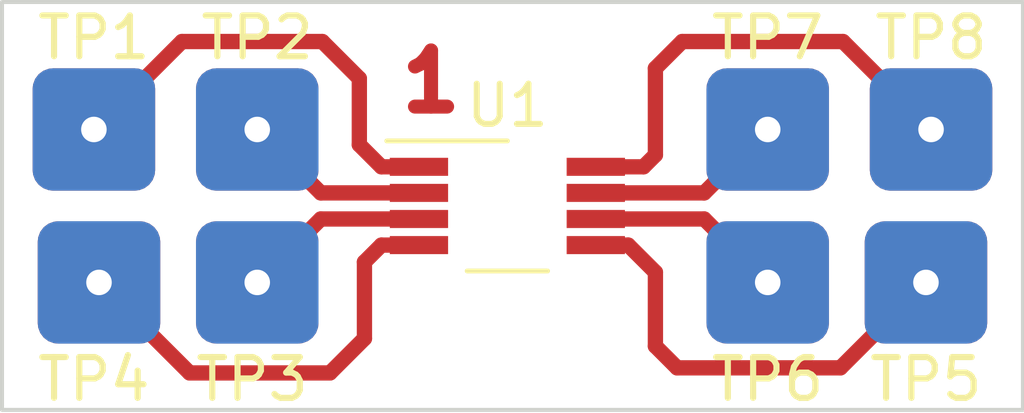
<source format=kicad_pcb>
(kicad_pcb (version 20221018) (generator pcbnew)
  (layers (0 "F.Cu" signal) (31 "B.Cu" signal) (34 "B.Paste" user) (35 "F.Paste" user) (36 "B.SilkS" user "B.Silkscreen") (37 "F.SilkS" user "F.Silkscreen") (38 "B.Mask" user) (39 "F.Mask" user) (44 "Edge.Cuts" user))
  (net 0 "")
  (net 1 "Net-(TP1-Pad1)")
  (net 2 "Net-(U1A--)")
  (net 3 "Net-(U1A-+)")
  (net 4 "Net-(U1C-V-)")
  (net 5 "Net-(TP7-Pad1)")
  (net 6 "Net-(U1C-V+)")
  (net 7 "Net-(U1B-+)")
  (net 8 "Net-(U1B--)")
  (footprint "t_misc:TP_SQ_120_H25" (layer "F.Cu") (at 148.844 105.791)
    (fp_text reference "TP8" (at 0 -2.286) (layer "F.SilkS") (effects (font (size 1.016 1.016) (thickness 0.1524))))
    (fp_text value "TestPoint" hide)
    (pad "1" thru_hole roundrect (at 0 0) (size 3.048 3.048) (drill 0.635) (layers "*.Cu" "*.Mask") (roundrect_rratio 0.1666666667) (net 6 "Net-(U1C-V+)"))
  )
  (footprint "t_misc:TP_SQ_120_H25" (layer "F.Cu") (at 132.08 105.791)
    (fp_text reference "TP2" (at 0 -2.286) (layer "F.SilkS") (effects (font (size 1.016 1.016) (thickness 0.1524))))
    (fp_text value "TestPoint" hide)
    (pad "1" thru_hole roundrect (at 0 0) (size 3.048 3.048) (drill 0.635) (layers "*.Cu" "*.Mask") (roundrect_rratio 0.1666666667) (net 2 "Net-(U1A--)"))
  )
  (footprint "t_misc:TP_SQ_120_H25" (layer "F.Cu") (at 148.717 109.601)
    (fp_text reference "TP5" (at 0 2.413) (layer "F.SilkS") (effects (font (size 1.016 1.016) (thickness 0.1524))))
    (fp_text value "TestPoint" hide)
    (pad "1" thru_hole roundrect (at 0 0) (size 3.048 3.048) (drill 0.635) (layers "*.Cu" "*.Mask") (roundrect_rratio 0.1666666667) (net 7 "Net-(U1B-+)"))
  )
  (footprint "t_misc:TP_SQ_120_H25" (layer "F.Cu") (at 128.016 105.791)
    (fp_text reference "TP1" (at 0 -2.286) (layer "F.SilkS") (effects (font (size 1.016 1.016) (thickness 0.1524))))
    (fp_text value "TestPoint" hide)
    (pad "1" thru_hole roundrect (at 0 0) (size 3.048 3.048) (drill 0.635) (layers "*.Cu" "*.Mask") (roundrect_rratio 0.1666666667) (net 1 "Net-(TP1-Pad1)"))
  )
  (footprint "Package_SO:VSSOP-8_3.0x3.0mm_P0.65mm" (layer "F.Cu") (at 138.303 107.696)
    (fp_text reference "U1" (at 0 -2.5) (layer "F.SilkS"))
    (fp_text value "OPA2197xDGK" hide)
    (fp_line (start 0 -1.62) (end -3 -1.62) (stroke (width 0.12)) (layer "F.SilkS"))
    (fp_line (start 1 1.62) (end -1 1.62) (stroke (width 0.12)) (layer "F.SilkS"))
    (pad "1" smd rect (at -2.2 -0.975 270) (size 0.45 1.45) (layers "F.Cu" "F.Paste" "F.Mask") (net 1 "Net-(TP1-Pad1)"))
    (pad "2" smd rect (at -2.2 -0.325 270) (size 0.45 1.45) (layers "F.Cu" "F.Paste" "F.Mask") (net 2 "Net-(U1A--)"))
    (pad "3" smd rect (at -2.2 0.325 270) (size 0.45 1.45) (layers "F.Cu" "F.Paste" "F.Mask") (net 3 "Net-(U1A-+)"))
    (pad "4" smd rect (at -2.2 0.975 270) (size 0.45 1.45) (layers "F.Cu" "F.Paste" "F.Mask") (net 4 "Net-(U1C-V-)"))
    (pad "5" smd rect (at 2.2 0.975 270) (size 0.45 1.45) (layers "F.Cu" "F.Paste" "F.Mask") (net 7 "Net-(U1B-+)"))
    (pad "6" smd rect (at 2.2 0.325 270) (size 0.45 1.45) (layers "F.Cu" "F.Paste" "F.Mask") (net 8 "Net-(U1B--)"))
    (pad "7" smd rect (at 2.2 -0.325 270) (size 0.45 1.45) (layers "F.Cu" "F.Paste" "F.Mask") (net 5 "Net-(TP7-Pad1)"))
    (pad "8" smd rect (at 2.2 -0.975 270) (size 0.45 1.45) (layers "F.Cu" "F.Paste" "F.Mask") (net 6 "Net-(U1C-V+)"))
  )
  (footprint "t_misc:TP_SQ_120_H25" (layer "F.Cu") (at 132.08 109.601)
    (fp_text reference "TP3" (at -0.127 2.413) (layer "F.SilkS") (effects (font (size 1.016 1.016) (thickness 0.1524))))
    (fp_text value "TestPoint" hide)
    (pad "1" thru_hole roundrect (at 0 0) (size 3.048 3.048) (drill 0.635) (layers "*.Cu" "*.Mask") (roundrect_rratio 0.1666666667) (net 3 "Net-(U1A-+)"))
  )
  (footprint "t_misc:TP_SQ_120_H25" (layer "F.Cu") (at 144.78 109.601)
    (fp_text reference "TP6" (at 0 2.413) (layer "F.SilkS") (effects (font (size 1.016 1.016) (thickness 0.1524))))
    (fp_text value "TestPoint" hide)
    (pad "1" thru_hole roundrect (at 0 0) (size 3.048 3.048) (drill 0.635) (layers "*.Cu" "*.Mask") (roundrect_rratio 0.1666666667) (net 8 "Net-(U1B--)"))
  )
  (footprint "t_misc:TP_SQ_120_H25" (layer "F.Cu") (at 128.143 109.601)
    (fp_text reference "TP4" (at -0.127 2.413) (layer "F.SilkS") (effects (font (size 1.016 1.016) (thickness 0.1524))))
    (fp_text value "TestPoint" hide)
    (pad "1" thru_hole roundrect (at 0 0) (size 3.048 3.048) (drill 0.635) (layers "*.Cu" "*.Mask") (roundrect_rratio 0.1666666667) (net 4 "Net-(U1C-V-)"))
  )
  (footprint "t_misc:TP_SQ_120_H25" (layer "F.Cu") (at 144.78 105.791)
    (fp_text reference "TP7" (at 0 -2.286) (layer "F.SilkS") (effects (font (size 1.016 1.016) (thickness 0.1524))))
    (fp_text value "TestPoint" hide)
    (pad "1" thru_hole roundrect (at 0 0) (size 3.048 3.048) (drill 0.635) (layers "*.Cu" "*.Mask") (roundrect_rratio 0.1666666667) (net 5 "Net-(TP7-Pad1)"))
  )
  (gr_rect (start 125.73 102.616) (end 151.13 112.776) (stroke (width 0.1)) (fill none) (layer "Edge.Cuts"))
  (gr_text "1" (at 135.509 105.41) (layer "F.Cu") (effects (font (size 1.397 1.397) (thickness 0.34925) bold) (justify left bottom)))
  (segment (start 134.62 106.172) (end 134.62 104.521) (width 0.381) (layer "F.Cu") (net 1))
  (segment (start 134.62 104.521) (end 133.69925 103.60025) (width 0.381) (layer "F.Cu") (net 1))
  (segment (start 135.169 106.721) (end 134.62 106.172) (width 0.381) (layer "F.Cu") (net 1))
  (segment (start 136.103 106.721) (end 135.169 106.721) (width 0.381) (layer "F.Cu") (net 1))
  (segment (start 130.20675 103.60025) (end 128.016 105.791) (width 0.381) (layer "F.Cu") (net 1))
  (segment (start 133.69925 103.60025) (end 130.20675 103.60025) (width 0.381) (layer "F.Cu") (net 1))
  (segment (start 136.103 107.371) (end 133.66 107.371) (width 0.381) (layer "F.Cu") (net 2))
  (segment (start 133.66 107.371) (end 132.08 105.791) (width 0.381) (layer "F.Cu") (net 2))
  (segment (start 136.103 108.021) (end 133.66 108.021) (width 0.381) (layer "F.Cu") (net 3))
  (segment (start 133.66 108.021) (end 132.08 109.601) (width 0.381) (layer "F.Cu") (net 3))
  (segment (start 134.747 109.093) (end 134.747 110.998) (width 0.381) (layer "F.Cu") (net 4))
  (segment (start 136.103 108.671) (end 135.169 108.671) (width 0.381) (layer "F.Cu") (net 4))
  (segment (start 133.88975 111.85525) (end 130.39725 111.85525) (width 0.381) (layer "F.Cu") (net 4))
  (segment (start 134.747 110.998) (end 133.88975 111.85525) (width 0.381) (layer "F.Cu") (net 4))
  (segment (start 135.169 108.671) (end 134.747 109.093) (width 0.381) (layer "F.Cu") (net 4))
  (segment (start 130.39725 111.85525) (end 128.143 109.601) (width 0.381) (layer "F.Cu") (net 4))
  (segment (start 140.503 107.371) (end 143.2 107.371) (width 0.381) (layer "F.Cu") (net 5))
  (segment (start 143.2 107.371) (end 144.78 105.791) (width 0.381) (layer "F.Cu") (net 5))
  (segment (start 140.503 106.721) (end 141.691 106.721) (width 0.381) (layer "F.Cu") (net 6))
  (segment (start 142.65275 103.60025) (end 146.65325 103.60025) (width 0.381) (layer "F.Cu") (net 6))
  (segment (start 146.65325 103.60025) (end 148.844 105.791) (width 0.381) (layer "F.Cu") (net 6))
  (segment (start 141.986 106.426) (end 141.986 104.267) (width 0.381) (layer "F.Cu") (net 6))
  (segment (start 141.986 104.267) (end 142.65275 103.60025) (width 0.381) (layer "F.Cu") (net 6))
  (segment (start 141.691 106.721) (end 141.986 106.426) (width 0.381) (layer "F.Cu") (net 6))
  (segment (start 141.986 111.1885) (end 142.52575 111.72825) (width 0.381) (layer "F.Cu") (net 7))
  (segment (start 142.52575 111.72825) (end 146.58975 111.72825) (width 0.381) (layer "F.Cu") (net 7))
  (segment (start 141.31 108.671) (end 141.986 109.347) (width 0.381) (layer "F.Cu") (net 7))
  (segment (start 140.503 108.671) (end 141.31 108.671) (width 0.381) (layer "F.Cu") (net 7))
  (segment (start 146.58975 111.72825) (end 148.717 109.601) (width 0.381) (layer "F.Cu") (net 7))
  (segment (start 141.986 109.347) (end 141.986 111.1885) (width 0.381) (layer "F.Cu") (net 7))
  (segment (start 143.2 108.021) (end 144.78 109.601) (width 0.381) (layer "F.Cu") (net 8))
  (segment (start 140.503 108.021) (end 143.2 108.021) (width 0.381) (layer "F.Cu") (net 8))
)
</source>
